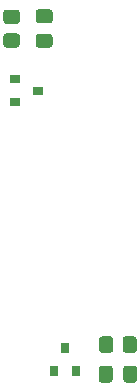
<source format=gbr>
%TF.GenerationSoftware,KiCad,Pcbnew,5.1.8*%
%TF.CreationDate,2020-12-05T20:57:14+00:00*%
%TF.ProjectId,oscillator_prototype,6f736369-6c6c-4617-946f-725f70726f74,rev?*%
%TF.SameCoordinates,Original*%
%TF.FileFunction,Paste,Top*%
%TF.FilePolarity,Positive*%
%FSLAX46Y46*%
G04 Gerber Fmt 4.6, Leading zero omitted, Abs format (unit mm)*
G04 Created by KiCad (PCBNEW 5.1.8) date 2020-12-05 20:57:14*
%MOMM*%
%LPD*%
G01*
G04 APERTURE LIST*
%ADD10R,0.800000X0.900000*%
%ADD11R,0.900000X0.800000*%
G04 APERTURE END LIST*
%TO.C,C8*%
G36*
G01*
X78625000Y-103725000D02*
X78625000Y-102775000D01*
G75*
G02*
X78875000Y-102525000I250000J0D01*
G01*
X79550000Y-102525000D01*
G75*
G02*
X79800000Y-102775000I0J-250000D01*
G01*
X79800000Y-103725000D01*
G75*
G02*
X79550000Y-103975000I-250000J0D01*
G01*
X78875000Y-103975000D01*
G75*
G02*
X78625000Y-103725000I0J250000D01*
G01*
G37*
G36*
G01*
X80700000Y-103725000D02*
X80700000Y-102775000D01*
G75*
G02*
X80950000Y-102525000I250000J0D01*
G01*
X81625000Y-102525000D01*
G75*
G02*
X81875000Y-102775000I0J-250000D01*
G01*
X81875000Y-103725000D01*
G75*
G02*
X81625000Y-103975000I-250000J0D01*
G01*
X80950000Y-103975000D01*
G75*
G02*
X80700000Y-103725000I0J250000D01*
G01*
G37*
%TD*%
%TO.C,C11*%
G36*
G01*
X73525000Y-72375000D02*
X74475000Y-72375000D01*
G75*
G02*
X74725000Y-72625000I0J-250000D01*
G01*
X74725000Y-73300000D01*
G75*
G02*
X74475000Y-73550000I-250000J0D01*
G01*
X73525000Y-73550000D01*
G75*
G02*
X73275000Y-73300000I0J250000D01*
G01*
X73275000Y-72625000D01*
G75*
G02*
X73525000Y-72375000I250000J0D01*
G01*
G37*
G36*
G01*
X73525000Y-74450000D02*
X74475000Y-74450000D01*
G75*
G02*
X74725000Y-74700000I0J-250000D01*
G01*
X74725000Y-75375000D01*
G75*
G02*
X74475000Y-75625000I-250000J0D01*
G01*
X73525000Y-75625000D01*
G75*
G02*
X73275000Y-75375000I0J250000D01*
G01*
X73275000Y-74700000D01*
G75*
G02*
X73525000Y-74450000I250000J0D01*
G01*
G37*
%TD*%
%TO.C,R19*%
G36*
G01*
X70799999Y-72400000D02*
X71700001Y-72400000D01*
G75*
G02*
X71950000Y-72649999I0J-249999D01*
G01*
X71950000Y-73350001D01*
G75*
G02*
X71700001Y-73600000I-249999J0D01*
G01*
X70799999Y-73600000D01*
G75*
G02*
X70550000Y-73350001I0J249999D01*
G01*
X70550000Y-72649999D01*
G75*
G02*
X70799999Y-72400000I249999J0D01*
G01*
G37*
G36*
G01*
X70799999Y-74400000D02*
X71700001Y-74400000D01*
G75*
G02*
X71950000Y-74649999I0J-249999D01*
G01*
X71950000Y-75350001D01*
G75*
G02*
X71700001Y-75600000I-249999J0D01*
G01*
X70799999Y-75600000D01*
G75*
G02*
X70550000Y-75350001I0J249999D01*
G01*
X70550000Y-74649999D01*
G75*
G02*
X70799999Y-74400000I249999J0D01*
G01*
G37*
%TD*%
%TO.C,R24*%
G36*
G01*
X80650000Y-101200001D02*
X80650000Y-100299999D01*
G75*
G02*
X80899999Y-100050000I249999J0D01*
G01*
X81600001Y-100050000D01*
G75*
G02*
X81850000Y-100299999I0J-249999D01*
G01*
X81850000Y-101200001D01*
G75*
G02*
X81600001Y-101450000I-249999J0D01*
G01*
X80899999Y-101450000D01*
G75*
G02*
X80650000Y-101200001I0J249999D01*
G01*
G37*
G36*
G01*
X78650000Y-101200001D02*
X78650000Y-100299999D01*
G75*
G02*
X78899999Y-100050000I249999J0D01*
G01*
X79600001Y-100050000D01*
G75*
G02*
X79850000Y-100299999I0J-249999D01*
G01*
X79850000Y-101200001D01*
G75*
G02*
X79600001Y-101450000I-249999J0D01*
G01*
X78899999Y-101450000D01*
G75*
G02*
X78650000Y-101200001I0J249999D01*
G01*
G37*
%TD*%
D10*
%TO.C,U8*%
X74800000Y-103000000D03*
X76700000Y-103000000D03*
X75750000Y-101000000D03*
%TD*%
D11*
%TO.C,U9*%
X73500000Y-79250000D03*
X71500000Y-80200000D03*
X71500000Y-78300000D03*
%TD*%
M02*

</source>
